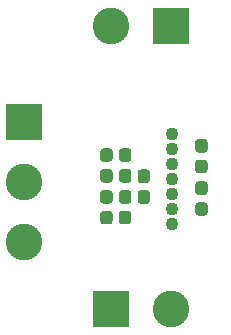
<source format=gbr>
%TF.GenerationSoftware,KiCad,Pcbnew,(5.1.6)-1*%
%TF.CreationDate,2021-01-22T14:39:17+01:00*%
%TF.ProjectId,LambdaBuffer,4c616d62-6461-4427-9566-6665722e6b69,rev?*%
%TF.SameCoordinates,Original*%
%TF.FileFunction,Soldermask,Bot*%
%TF.FilePolarity,Negative*%
%FSLAX46Y46*%
G04 Gerber Fmt 4.6, Leading zero omitted, Abs format (unit mm)*
G04 Created by KiCad (PCBNEW (5.1.6)-1) date 2021-01-22 14:39:17*
%MOMM*%
%LPD*%
G01*
G04 APERTURE LIST*
%ADD10C,1.100000*%
%ADD11C,3.100000*%
%ADD12R,3.100000X3.100000*%
G04 APERTURE END LIST*
D10*
%TO.C,U1*%
X121539000Y-101600000D03*
X121539000Y-100330000D03*
X121539000Y-99060000D03*
X121539000Y-93980000D03*
X121539000Y-95250000D03*
X121539000Y-96520000D03*
X121539000Y-97790000D03*
%TD*%
%TO.C,R6*%
G36*
G01*
X124265300Y-99155000D02*
X123740300Y-99155000D01*
G75*
G02*
X123477800Y-98892500I0J262500D01*
G01*
X123477800Y-98267500D01*
G75*
G02*
X123740300Y-98005000I262500J0D01*
G01*
X124265300Y-98005000D01*
G75*
G02*
X124527800Y-98267500I0J-262500D01*
G01*
X124527800Y-98892500D01*
G75*
G02*
X124265300Y-99155000I-262500J0D01*
G01*
G37*
G36*
G01*
X124265300Y-100905000D02*
X123740300Y-100905000D01*
G75*
G02*
X123477800Y-100642500I0J262500D01*
G01*
X123477800Y-100017500D01*
G75*
G02*
X123740300Y-99755000I262500J0D01*
G01*
X124265300Y-99755000D01*
G75*
G02*
X124527800Y-100017500I0J-262500D01*
G01*
X124527800Y-100642500D01*
G75*
G02*
X124265300Y-100905000I-262500J0D01*
G01*
G37*
%TD*%
D11*
%TO.C,J3*%
X121412000Y-108775500D03*
D12*
X116332000Y-108775500D03*
%TD*%
D11*
%TO.C,J2*%
X108966000Y-103124000D03*
X108966000Y-98044000D03*
D12*
X108966000Y-92964000D03*
%TD*%
D11*
%TO.C,J1*%
X116332000Y-84836000D03*
D12*
X121412000Y-84836000D03*
%TD*%
%TO.C,C6*%
G36*
G01*
X124265300Y-95559600D02*
X123740300Y-95559600D01*
G75*
G02*
X123477800Y-95297100I0J262500D01*
G01*
X123477800Y-94672100D01*
G75*
G02*
X123740300Y-94409600I262500J0D01*
G01*
X124265300Y-94409600D01*
G75*
G02*
X124527800Y-94672100I0J-262500D01*
G01*
X124527800Y-95297100D01*
G75*
G02*
X124265300Y-95559600I-262500J0D01*
G01*
G37*
G36*
G01*
X124265300Y-97309600D02*
X123740300Y-97309600D01*
G75*
G02*
X123477800Y-97047100I0J262500D01*
G01*
X123477800Y-96422100D01*
G75*
G02*
X123740300Y-96159600I262500J0D01*
G01*
X124265300Y-96159600D01*
G75*
G02*
X124527800Y-96422100I0J-262500D01*
G01*
X124527800Y-97047100D01*
G75*
G02*
X124265300Y-97309600I-262500J0D01*
G01*
G37*
%TD*%
%TO.C,C5*%
G36*
G01*
X119388500Y-98139000D02*
X118863500Y-98139000D01*
G75*
G02*
X118601000Y-97876500I0J262500D01*
G01*
X118601000Y-97251500D01*
G75*
G02*
X118863500Y-96989000I262500J0D01*
G01*
X119388500Y-96989000D01*
G75*
G02*
X119651000Y-97251500I0J-262500D01*
G01*
X119651000Y-97876500D01*
G75*
G02*
X119388500Y-98139000I-262500J0D01*
G01*
G37*
G36*
G01*
X119388500Y-99889000D02*
X118863500Y-99889000D01*
G75*
G02*
X118601000Y-99626500I0J262500D01*
G01*
X118601000Y-99001500D01*
G75*
G02*
X118863500Y-98739000I262500J0D01*
G01*
X119388500Y-98739000D01*
G75*
G02*
X119651000Y-99001500I0J-262500D01*
G01*
X119651000Y-99626500D01*
G75*
G02*
X119388500Y-99889000I-262500J0D01*
G01*
G37*
%TD*%
%TO.C,C4*%
G36*
G01*
X117813700Y-96347000D02*
X117288700Y-96347000D01*
G75*
G02*
X117026200Y-96084500I0J262500D01*
G01*
X117026200Y-95459500D01*
G75*
G02*
X117288700Y-95197000I262500J0D01*
G01*
X117813700Y-95197000D01*
G75*
G02*
X118076200Y-95459500I0J-262500D01*
G01*
X118076200Y-96084500D01*
G75*
G02*
X117813700Y-96347000I-262500J0D01*
G01*
G37*
G36*
G01*
X117813700Y-98097000D02*
X117288700Y-98097000D01*
G75*
G02*
X117026200Y-97834500I0J262500D01*
G01*
X117026200Y-97209500D01*
G75*
G02*
X117288700Y-96947000I262500J0D01*
G01*
X117813700Y-96947000D01*
G75*
G02*
X118076200Y-97209500I0J-262500D01*
G01*
X118076200Y-97834500D01*
G75*
G02*
X117813700Y-98097000I-262500J0D01*
G01*
G37*
%TD*%
%TO.C,C3*%
G36*
G01*
X115688500Y-100489000D02*
X116213500Y-100489000D01*
G75*
G02*
X116476000Y-100751500I0J-262500D01*
G01*
X116476000Y-101376500D01*
G75*
G02*
X116213500Y-101639000I-262500J0D01*
G01*
X115688500Y-101639000D01*
G75*
G02*
X115426000Y-101376500I0J262500D01*
G01*
X115426000Y-100751500D01*
G75*
G02*
X115688500Y-100489000I262500J0D01*
G01*
G37*
G36*
G01*
X115688500Y-98739000D02*
X116213500Y-98739000D01*
G75*
G02*
X116476000Y-99001500I0J-262500D01*
G01*
X116476000Y-99626500D01*
G75*
G02*
X116213500Y-99889000I-262500J0D01*
G01*
X115688500Y-99889000D01*
G75*
G02*
X115426000Y-99626500I0J262500D01*
G01*
X115426000Y-99001500D01*
G75*
G02*
X115688500Y-98739000I262500J0D01*
G01*
G37*
%TD*%
%TO.C,C2*%
G36*
G01*
X115688500Y-96947000D02*
X116213500Y-96947000D01*
G75*
G02*
X116476000Y-97209500I0J-262500D01*
G01*
X116476000Y-97834500D01*
G75*
G02*
X116213500Y-98097000I-262500J0D01*
G01*
X115688500Y-98097000D01*
G75*
G02*
X115426000Y-97834500I0J262500D01*
G01*
X115426000Y-97209500D01*
G75*
G02*
X115688500Y-96947000I262500J0D01*
G01*
G37*
G36*
G01*
X115688500Y-95197000D02*
X116213500Y-95197000D01*
G75*
G02*
X116476000Y-95459500I0J-262500D01*
G01*
X116476000Y-96084500D01*
G75*
G02*
X116213500Y-96347000I-262500J0D01*
G01*
X115688500Y-96347000D01*
G75*
G02*
X115426000Y-96084500I0J262500D01*
G01*
X115426000Y-95459500D01*
G75*
G02*
X115688500Y-95197000I262500J0D01*
G01*
G37*
%TD*%
%TO.C,C1*%
G36*
G01*
X117801000Y-99889000D02*
X117276000Y-99889000D01*
G75*
G02*
X117013500Y-99626500I0J262500D01*
G01*
X117013500Y-99001500D01*
G75*
G02*
X117276000Y-98739000I262500J0D01*
G01*
X117801000Y-98739000D01*
G75*
G02*
X118063500Y-99001500I0J-262500D01*
G01*
X118063500Y-99626500D01*
G75*
G02*
X117801000Y-99889000I-262500J0D01*
G01*
G37*
G36*
G01*
X117801000Y-101639000D02*
X117276000Y-101639000D01*
G75*
G02*
X117013500Y-101376500I0J262500D01*
G01*
X117013500Y-100751500D01*
G75*
G02*
X117276000Y-100489000I262500J0D01*
G01*
X117801000Y-100489000D01*
G75*
G02*
X118063500Y-100751500I0J-262500D01*
G01*
X118063500Y-101376500D01*
G75*
G02*
X117801000Y-101639000I-262500J0D01*
G01*
G37*
%TD*%
M02*

</source>
